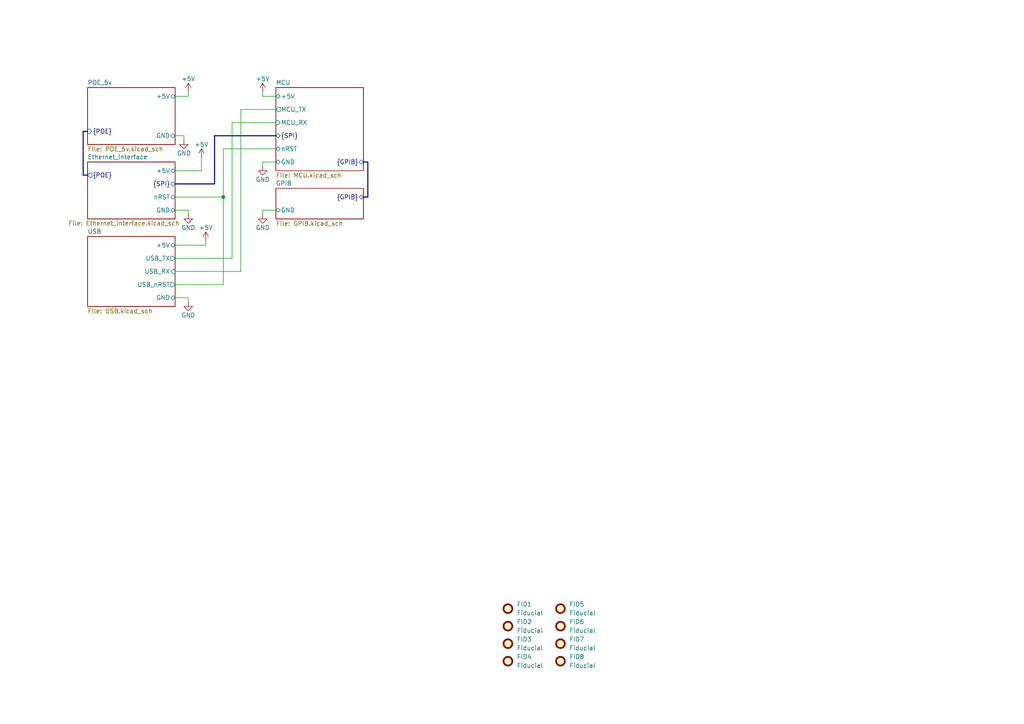
<source format=kicad_sch>
(kicad_sch (version 20241209) (generator "eeschema") (generator_version "8.99")
  (paper "A4")
  (title_block (title "Poe Ethernet GPIB Adapter") (date "2024-12-25") (rev "1") (company "KOFOTRONIC"))
  (lib_symbols
    (symbol "Mechanical:Fiducial" (exclude_from_sim yes) (in_bom no)
      (property "Reference" "FID" (at 0 5.08 0))
      (property "Value" "Fiducial" (at 0 3.175 0))
      (symbol "Fiducial_0_1"
        (circle (center 0 0) (radius 1.27) (stroke (width 0.508)) (fill (type background)))
      )
    )
    (symbol "power:+5V" (power) (pin_numbers (hide yes)) (pin_names (offset 0) (hide yes))
      (property "Value" "+5V" (at 0 3.556 0))
      (symbol "+5V_0_1"
        (polyline (pts (xy -0.762 1.27) (xy 0 2.54)))
        (polyline (pts (xy 0 2.54) (xy 0.762 1.27)))
        (polyline (pts (xy 0 0) (xy 0 2.54)))
      )
      (symbol "+5V_1_1"
        (pin power_in line (at 0 0 90) (length 0) (name "~") (number "1"))
      )
    )
    (symbol "power:GND" (power) (pin_numbers (hide yes)) (pin_names (offset 0) (hide yes))
      (property "Value" "GND" (at 0 -3.81 0))
      (symbol "GND_0_1"
        (polyline (pts (xy 0 0) (xy 0 -1.27) (xy 1.27 -1.27) (xy 0 -2.54) (xy -1.27 -1.27) (xy 0 -1.27)))
      )
      (symbol "GND_1_1"
        (pin power_in line (at 0 0 270) (length 0) (name "~") (number "1"))
      )
    )
  )
  (junction (at 64.77 57.15))
  (wire (pts (xy 50.8 86.36) (xy 54.61 86.36)))
  (bus (pts (xy 106.68 46.99) (xy 106.68 57.15)))
  (bus (pts (xy 105.41 46.99) (xy 106.68 46.99)))
  (wire (pts (xy 54.61 86.36) (xy 54.61 87.63)))
  (wire (pts (xy 67.31 74.93) (xy 50.8 74.93)))
  (wire (pts (xy 76.2 26.67) (xy 76.2 27.94)))
  (wire (pts (xy 54.61 26.67) (xy 54.61 27.94)))
  (wire (pts (xy 64.77 82.55) (xy 64.77 57.15)))
  (wire (pts (xy 59.69 69.85) (xy 59.69 71.12)))
  (wire (pts (xy 80.01 43.18) (xy 64.77 43.18)))
  (wire (pts (xy 50.8 78.74) (xy 69.85 78.74)))
  (wire (pts (xy 76.2 46.99) (xy 76.2 48.26)))
  (wire (pts (xy 58.42 45.72) (xy 58.42 49.53)))
  (wire (pts (xy 80.01 35.56) (xy 67.31 35.56)))
  (wire (pts (xy 50.8 39.37) (xy 53.34 39.37)))
  (wire (pts (xy 50.8 82.55) (xy 64.77 82.55)))
  (bus (pts (xy 25.4 50.8) (xy 24.13 50.8)))
  (wire (pts (xy 80.01 60.96) (xy 76.2 60.96)))
  (bus (pts (xy 62.23 53.34) (xy 50.8 53.34)))
  (wire (pts (xy 50.8 71.12) (xy 59.69 71.12)))
  (bus (pts (xy 106.68 57.15) (xy 105.41 57.15)))
  (bus (pts (xy 62.23 39.37) (xy 62.23 53.34)))
  (bus (pts (xy 24.13 38.1) (xy 25.4 38.1)))
  (wire (pts (xy 50.8 57.15) (xy 64.77 57.15)))
  (bus (pts (xy 80.01 39.37) (xy 62.23 39.37)))
  (wire (pts (xy 69.85 31.75) (xy 80.01 31.75)))
  (wire (pts (xy 50.8 49.53) (xy 58.42 49.53)))
  (wire (pts (xy 69.85 78.74) (xy 69.85 31.75)))
  (wire (pts (xy 64.77 43.18) (xy 64.77 57.15)))
  (wire (pts (xy 80.01 46.99) (xy 76.2 46.99)))
  (wire (pts (xy 50.8 60.96) (xy 54.61 60.96)))
  (wire (pts (xy 53.34 39.37) (xy 53.34 40.64)))
  (wire (pts (xy 76.2 27.94) (xy 80.01 27.94)))
  (wire (pts (xy 76.2 60.96) (xy 76.2 62.23)))
  (wire (pts (xy 54.61 60.96) (xy 54.61 62.23)))
  (bus (pts (xy 24.13 50.8) (xy 24.13 38.1)))
  (wire (pts (xy 54.61 27.94) (xy 50.8 27.94)))
  (wire (pts (xy 67.31 35.56) (xy 67.31 74.93)))
  (symbol (lib_id "power:+5V") (at 54.61 26.67 0) (unit 1)
    (property "Reference" "#PWR0155" (effects (hide yes)))
    (property "Value" "+5V" (at 54.61 22.86 0))
    (property "Description" "Power symbol creates a global label with name \"+5V\"" (effects (hide yes)))
  )
  (symbol (lib_id "power:GND") (at 76.2 62.23 0) (unit 1)
    (property "Reference" "#PWR0153" (effects (hide yes)))
    (property "Value" "GND" (at 76.2 66.04 0))
    (property "Description" "Power symbol creates a global label with name \"GND\" , ground" (effects (hide yes)))
  )
  (symbol (lib_id "power:+5V") (at 59.69 69.85 0) (unit 1)
    (property "Reference" "#PWR0157" (effects (hide yes)))
    (property "Value" "+5V" (at 59.69 66.04 0))
    (property "Description" "Power symbol creates a global label with name \"+5V\"" (effects (hide yes)))
  )
  (symbol (lib_id "Mechanical:Fiducial") (at 147.32 176.53 0) (unit 1) (exclude_from_sim yes) (in_bom no)
    (property "Reference" "FID1" (at 149.86 175.2599 0) (effects (justify left)))
    (property "Value" "Fiducial" (at 149.86 177.7999 0) (effects (justify left)))
    (property "Footprint" "Fiducial:Fiducial_0.75mm_Mask1.5mm" (effects (hide yes)))
    (property "Description" "Fiducial Marker" (effects (hide yes)))
  )
  (symbol (lib_id "power:+5V") (at 58.42 45.72 0) (unit 1)
    (property "Reference" "#PWR0156" (effects (hide yes)))
    (property "Value" "+5V" (at 58.42 41.91 0))
    (property "Description" "Power symbol creates a global label with name \"+5V\"" (effects (hide yes)))
  )
  (symbol (lib_id "power:+5V") (at 76.2 26.67 0) (unit 1)
    (property "Reference" "#PWR0158" (effects (hide yes)))
    (property "Value" "+5V" (at 76.2 22.86 0))
    (property "Description" "Power symbol creates a global label with name \"+5V\"" (effects (hide yes)))
  )
  (symbol (lib_id "Mechanical:Fiducial") (at 147.32 186.69 0) (unit 1) (exclude_from_sim yes) (in_bom no)
    (property "Reference" "FID3" (at 149.86 185.4199 0) (effects (justify left)))
    (property "Value" "Fiducial" (at 149.86 187.9599 0) (effects (justify left)))
    (property "Footprint" "Fiducial:Fiducial_0.75mm_Mask1.5mm" (effects (hide yes)))
    (property "Description" "Fiducial Marker" (effects (hide yes)))
  )
  (symbol (lib_id "Mechanical:Fiducial") (at 147.32 181.61 0) (unit 1) (exclude_from_sim yes) (in_bom no)
    (property "Reference" "FID2" (at 149.86 180.3399 0) (effects (justify left)))
    (property "Value" "Fiducial" (at 149.86 182.8799 0) (effects (justify left)))
    (property "Footprint" "Fiducial:Fiducial_0.75mm_Mask1.5mm" (effects (hide yes)))
    (property "Description" "Fiducial Marker" (effects (hide yes)))
  )
  (symbol (lib_id "power:GND") (at 54.61 87.63 0) (unit 1)
    (property "Reference" "#PWR0152" (effects (hide yes)))
    (property "Value" "GND" (at 54.61 91.44 0))
    (property "Description" "Power symbol creates a global label with name \"GND\" , ground" (effects (hide yes)))
  )
  (symbol (lib_id "Mechanical:Fiducial") (at 162.56 176.53 0) (unit 1) (exclude_from_sim yes) (in_bom no)
    (property "Reference" "FID5" (at 165.1 175.2599 0) (effects (justify left)))
    (property "Value" "Fiducial" (at 165.1 177.7999 0) (effects (justify left)))
    (property "Footprint" "Fiducial:Fiducial_0.75mm_Mask1.5mm" (effects (hide yes)))
    (property "Description" "Fiducial Marker" (effects (hide yes)))
  )
  (symbol (lib_id "Mechanical:Fiducial") (at 162.56 181.61 0) (unit 1) (exclude_from_sim yes) (in_bom no)
    (property "Reference" "FID6" (at 165.1 180.3399 0) (effects (justify left)))
    (property "Value" "Fiducial" (at 165.1 182.8799 0) (effects (justify left)))
    (property "Footprint" "Fiducial:Fiducial_0.75mm_Mask1.5mm" (effects (hide yes)))
    (property "Description" "Fiducial Marker" (effects (hide yes)))
  )
  (symbol (lib_id "power:GND") (at 53.34 40.64 0) (unit 1)
    (property "Reference" "#PWR0150" (effects (hide yes)))
    (property "Value" "GND" (at 53.34 44.45 0))
    (property "Description" "Power symbol creates a global label with name \"GND\" , ground" (effects (hide yes)))
  )
  (symbol (lib_id "Mechanical:Fiducial") (at 162.56 186.69 0) (unit 1) (exclude_from_sim yes) (in_bom no)
    (property "Reference" "FID7" (at 165.1 185.4199 0) (effects (justify left)))
    (property "Value" "Fiducial" (at 165.1 187.9599 0) (effects (justify left)))
    (property "Footprint" "Fiducial:Fiducial_0.75mm_Mask1.5mm" (effects (hide yes)))
    (property "Description" "Fiducial Marker" (effects (hide yes)))
  )
  (symbol (lib_id "Mechanical:Fiducial") (at 162.56 191.77 0) (unit 1) (exclude_from_sim yes) (in_bom no)
    (property "Reference" "FID8" (at 165.1 190.4999 0) (effects (justify left)))
    (property "Value" "Fiducial" (at 165.1 193.0399 0) (effects (justify left)))
    (property "Footprint" "Fiducial:Fiducial_0.75mm_Mask1.5mm" (effects (hide yes)))
    (property "Description" "Fiducial Marker" (effects (hide yes)))
  )
  (symbol (lib_id "Mechanical:Fiducial") (at 147.32 191.77 0) (unit 1) (exclude_from_sim yes) (in_bom no)
    (property "Reference" "FID4" (at 149.86 190.4999 0) (effects (justify left)))
    (property "Value" "Fiducial" (at 149.86 193.0399 0) (effects (justify left)))
    (property "Footprint" "Fiducial:Fiducial_0.75mm_Mask1.5mm" (effects (hide yes)))
    (property "Description" "Fiducial Marker" (effects (hide yes)))
  )
  (symbol (lib_id "power:GND") (at 54.61 62.23 0) (unit 1)
    (property "Reference" "#PWR0151" (effects (hide yes)))
    (property "Value" "GND" (at 54.61 66.04 0))
    (property "Description" "Power symbol creates a global label with name \"GND\" , ground" (effects (hide yes)))
  )
  (symbol (lib_id "power:GND") (at 76.2 48.26 0) (unit 1)
    (property "Reference" "#PWR0154" (effects (hide yes)))
    (property "Value" "GND" (at 76.2 52.07 0))
    (property "Description" "Power symbol creates a global label with name \"GND\" , ground" (effects (hide yes)))
  )
  (sheet (at 25.4 68.58) (size 25.4 20.32) (stroke (width 0.1524))
    (property "Sheetname" "USB" (at 25.4 67.8684 0) (effects (justify left bottom)))
    (property "Sheetfile" "USB.kicad_sch" (at 25.4 89.4846 0) (effects (justify left top)))
    (pin "GND" bidirectional (at 50.8 86.36 0))
    (pin "+5V" bidirectional (at 50.8 71.12 0))
    (pin "USB_nRST" output (at 50.8 82.55 0))
    (pin "USB_RX" input (at 50.8 78.74 0))
    (pin "USB_TX" output (at 50.8 74.93 0))
  )
  (sheet (at 25.4 46.99) (size 25.4 16.51) (stroke (width 0.1524))
    (property "Sheetname" "Ethernet_interface" (at 25.4 46.2784 0) (effects (justify left bottom)))
    (property "Sheetfile" "Ethernet_interface.kicad_sch" (at 19.812 64.008 0) (effects (justify left top)))
    (pin "{SPI}" bidirectional (at 50.8 53.34 0))
    (pin "{POE}" output (at 25.4 50.8 180))
    (pin "+5V" bidirectional (at 50.8 49.53 0))
    (pin "GND" bidirectional (at 50.8 60.96 0))
    (pin "nRST" bidirectional (at 50.8 57.15 0))
  )
  (sheet (at 25.4 25.4) (size 25.4 16.51) (stroke (width 0.1524))
    (property "Sheetname" "POE_5v" (at 25.4 24.6884 0) (effects (justify left bottom)))
    (property "Sheetfile" "POE_5v.kicad_sch" (at 25.4 42.4946 0) (effects (justify left top)))
    (pin "{POE}" input (at 25.4 38.1 180))
    (pin "+5V" bidirectional (at 50.8 27.94 0))
    (pin "GND" bidirectional (at 50.8 39.37 0))
  )
  (sheet (at 80.01 54.61) (size 25.4 8.89) (stroke (width 0.1524))
    (property "Sheetname" "GPIB" (at 80.01 53.8984 0) (effects (justify left bottom)))
    (property "Sheetfile" "GPIB.kicad_sch" (at 80.01 64.0846 0) (effects (justify left top)))
    (pin "GND" bidirectional (at 80.01 60.96 180))
    (pin "{GPIB}" bidirectional (at 105.41 57.15 0))
  )
  (sheet (at 80.01 25.4) (size 25.4 24.13) (stroke (width 0.1524))
    (property "Sheetname" "MCU" (at 80.01 24.6884 0) (effects (justify left bottom)))
    (property "Sheetfile" "MCU.kicad_sch" (at 80.01 50.1146 0) (effects (justify left top)))
    (pin "MCU_RX" input (at 80.01 35.56 180))
    (pin "MCU_TX" output (at 80.01 31.75 180))
    (pin "GND" bidirectional (at 80.01 46.99 180))
    (pin "+5V" bidirectional (at 80.01 27.94 180))
    (pin "nRST" bidirectional (at 80.01 43.18 180))
    (pin "{SPI}" bidirectional (at 80.01 39.37 180))
    (pin "{GPIB}" bidirectional (at 105.41 46.99 0))
  )
)
</source>
